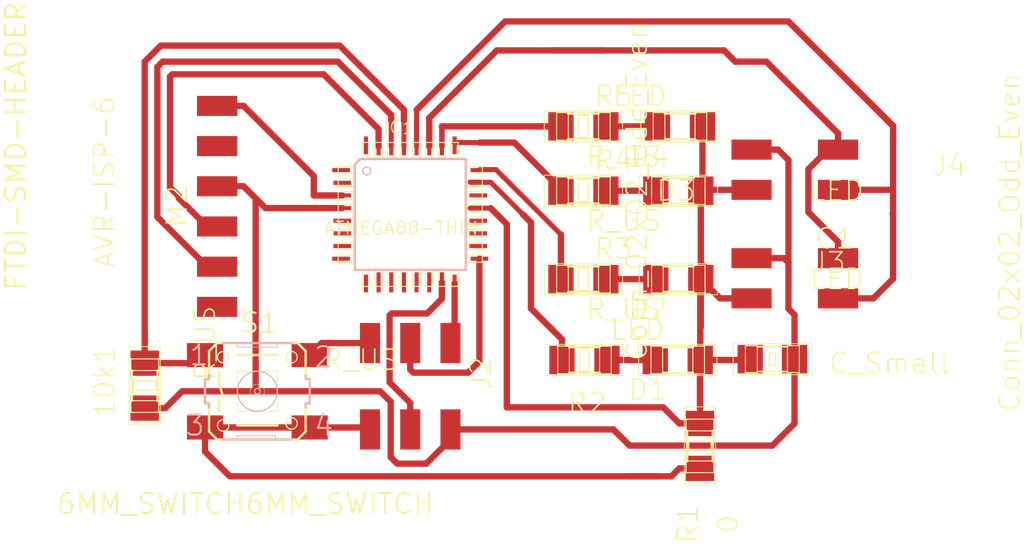
<source format=kicad_pcb>
(kicad_pcb (version 20171130) (host pcbnew 5.0.1)

  (general
    (thickness 1.6)
    (drawings 0)
    (tracks 169)
    (zones 0)
    (modules 17)
    (nets 36)
  )

  (page A4)
  (layers
    (0 F.Cu signal)
    (31 B.Cu signal)
    (32 B.Adhes user)
    (33 F.Adhes user)
    (34 B.Paste user)
    (35 F.Paste user)
    (36 B.SilkS user)
    (37 F.SilkS user)
    (38 B.Mask user)
    (39 F.Mask user)
    (40 Dwgs.User user)
    (41 Cmts.User user)
    (42 Eco1.User user)
    (43 Eco2.User user)
    (44 Edge.Cuts user)
    (45 Margin user)
    (46 B.CrtYd user)
    (47 F.CrtYd user)
    (48 B.Fab user)
    (49 F.Fab user)
  )

  (setup
    (last_trace_width 0.4)
    (trace_clearance 0.4)
    (zone_clearance 0.508)
    (zone_45_only no)
    (trace_min 0.3)
    (segment_width 0.2)
    (edge_width 0.15)
    (via_size 0.8)
    (via_drill 0.4)
    (via_min_size 0.3)
    (via_min_drill 0.3)
    (uvia_size 0.3)
    (uvia_drill 0.1)
    (uvias_allowed no)
    (uvia_min_size 0.2)
    (uvia_min_drill 0.1)
    (pcb_text_width 0.3)
    (pcb_text_size 1.5 1.5)
    (mod_edge_width 0.15)
    (mod_text_size 1 1)
    (mod_text_width 0.15)
    (pad_size 1.1176 0.26)
    (pad_drill 0)
    (pad_to_mask_clearance 0.051)
    (solder_mask_min_width 0.25)
    (aux_axis_origin 0 0)
    (visible_elements 7FFFEFFF)
    (pcbplotparams
      (layerselection 0x00000_7fffffff)
      (usegerberextensions false)
      (usegerberattributes false)
      (usegerberadvancedattributes false)
      (creategerberjobfile false)
      (excludeedgelayer true)
      (linewidth 0.100000)
      (plotframeref false)
      (viasonmask false)
      (mode 1)
      (useauxorigin false)
      (hpglpennumber 1)
      (hpglpenspeed 20)
      (hpglpendiameter 15.000000)
      (psnegative false)
      (psa4output false)
      (plotreference true)
      (plotvalue true)
      (plotinvisibletext false)
      (padsonsilk false)
      (subtractmaskfromsilk false)
      (outputformat 1)
      (mirror false)
      (drillshape 0)
      (scaleselection 1)
      (outputdirectory ""))
  )

  (net 0 "")
  (net 1 +5V)
  (net 2 /RESET)
  (net 3 Earth)
  (net 4 /MISO)
  (net 5 /SCK)
  (net 6 /MOSI)
  (net 7 /SCL)
  (net 8 /SDA)
  (net 9 "Net-(M2-Pad2)")
  (net 10 /TX)
  (net 11 /RX)
  (net 12 "Net-(M2-Pad6)")
  (net 13 /LED1)
  (net 14 /LED2)
  (net 15 /LED3)
  (net 16 /LED4)
  (net 17 "Net-(D1-Pad2)")
  (net 18 "Net-(D2-Pad2)")
  (net 19 "Net-(D3-Pad2)")
  (net 20 "Net-(D4-Pad2)")
  (net 21 "Net-(IC1-Pad1)")
  (net 22 "Net-(IC1-Pad2)")
  (net 23 "Net-(IC1-Pad7)")
  (net 24 "Net-(IC1-Pad8)")
  (net 25 "Net-(IC1-Pad9)")
  (net 26 "Net-(IC1-Pad10)")
  (net 27 "Net-(IC1-Pad11)")
  (net 28 "Net-(IC1-Pad12)")
  (net 29 "Net-(IC1-Pad13)")
  (net 30 "Net-(IC1-Pad14)")
  (net 31 "Net-(IC1-Pad18)")
  (net 32 "Net-(IC1-Pad20)")
  (net 33 "Net-(IC1-Pad32)")
  (net 34 "Net-(IC1-Pad19)")
  (net 35 "Net-(IC1-Pad22)")

  (net_class Default "This is the default net class."
    (clearance 0.4)
    (trace_width 0.4)
    (via_dia 0.8)
    (via_drill 0.4)
    (uvia_dia 0.3)
    (uvia_drill 0.1)
    (diff_pair_gap 0.25)
    (diff_pair_width 0.4)
    (add_net +5V)
    (add_net /LED1)
    (add_net /LED2)
    (add_net /LED3)
    (add_net /LED4)
    (add_net /MISO)
    (add_net /MOSI)
    (add_net /RESET)
    (add_net /RX)
    (add_net /SCK)
    (add_net /SCL)
    (add_net /SDA)
    (add_net /TX)
    (add_net Earth)
    (add_net "Net-(D1-Pad2)")
    (add_net "Net-(D2-Pad2)")
    (add_net "Net-(D3-Pad2)")
    (add_net "Net-(D4-Pad2)")
    (add_net "Net-(IC1-Pad1)")
    (add_net "Net-(IC1-Pad10)")
    (add_net "Net-(IC1-Pad11)")
    (add_net "Net-(IC1-Pad12)")
    (add_net "Net-(IC1-Pad13)")
    (add_net "Net-(IC1-Pad14)")
    (add_net "Net-(IC1-Pad18)")
    (add_net "Net-(IC1-Pad19)")
    (add_net "Net-(IC1-Pad2)")
    (add_net "Net-(IC1-Pad20)")
    (add_net "Net-(IC1-Pad22)")
    (add_net "Net-(IC1-Pad32)")
    (add_net "Net-(IC1-Pad7)")
    (add_net "Net-(IC1-Pad8)")
    (add_net "Net-(IC1-Pad9)")
    (add_net "Net-(M2-Pad2)")
    (add_net "Net-(M2-Pad6)")
  )

  (net_class asdf ""
    (clearance 0.35)
    (trace_width 0.35)
    (via_dia 0.8)
    (via_drill 0.4)
    (uvia_dia 0.3)
    (uvia_drill 0.1)
    (diff_pair_gap 0.25)
    (diff_pair_width 0.35)
  )

  (module fab:fab-2X02SMD (layer F.Cu) (tedit 200000) (tstamp 5C113C5E)
    (at 285.068534 131.288648 180)
    (path /5C0A3AB7)
    (attr smd)
    (fp_text reference J4 (at -9.571466 0.224648 180) (layer F.SilkS)
      (effects (font (size 1.27 1.27) (thickness 0.1016)))
    )
    (fp_text value Conn_02x02_Odd_Even (at -13.381466 -4.601352 90) (layer F.SilkS)
      (effects (font (size 1.27 1.27) (thickness 0.1016)))
    )
    (pad 4 smd rect (at 2.91846 1.27 180) (size 2.54 1.27) (layers F.Cu F.Paste F.Mask)
      (net 1 +5V))
    (pad 3 smd rect (at -2.54 1.27 180) (size 2.54 1.27) (layers F.Cu F.Paste F.Mask)
      (net 8 /SDA))
    (pad 2 smd rect (at 2.91846 -1.27 180) (size 2.54 1.27) (layers F.Cu F.Paste F.Mask)
      (net 3 Earth))
    (pad 1 smd rect (at -2.54 -1.27 180) (size 2.54 1.27) (layers F.Cu F.Paste F.Mask)
      (net 7 /SCL))
  )

  (module fab:fab-6MM_SWITCH (layer F.Cu) (tedit 5C04FA43) (tstamp 5C113F72)
    (at 250.952 145.288)
    (descr "OMRON SWITCH")
    (tags "OMRON SWITCH")
    (path /5C04E9F8)
    (attr smd)
    (fp_text reference S1 (at 0.127 -4.318) (layer F.SilkS)
      (effects (font (size 1.27 1.27) (thickness 0.127)))
    )
    (fp_text value 6MM_SWITCH6MM_SWITCH (at -0.762 7.112) (layer F.SilkS)
      (effects (font (size 1.27 1.27) (thickness 0.127)))
    )
    (fp_line (start 3.302 0.762) (end 3.048 0.762) (layer B.SilkS) (width 0.1524))
    (fp_line (start 3.302 0.762) (end 3.302 -0.762) (layer B.SilkS) (width 0.1524))
    (fp_line (start 3.048 -0.762) (end 3.302 -0.762) (layer B.SilkS) (width 0.1524))
    (fp_line (start 3.048 -1.016) (end 3.048 -2.54) (layer F.SilkS) (width 0.1524))
    (fp_line (start -3.302 -0.762) (end -3.048 -0.762) (layer B.SilkS) (width 0.1524))
    (fp_line (start -3.302 -0.762) (end -3.302 0.762) (layer B.SilkS) (width 0.1524))
    (fp_line (start -3.048 0.762) (end -3.302 0.762) (layer B.SilkS) (width 0.1524))
    (fp_line (start 3.048 -2.54) (end 2.54 -3.048) (layer F.SilkS) (width 0.1524))
    (fp_line (start 2.54 3.048) (end 3.048 2.54) (layer F.SilkS) (width 0.1524))
    (fp_line (start 3.048 2.54) (end 3.048 1.016) (layer F.SilkS) (width 0.1524))
    (fp_line (start -2.54 -3.048) (end -3.048 -2.54) (layer F.SilkS) (width 0.1524))
    (fp_line (start -3.048 -2.54) (end -3.048 -1.016) (layer F.SilkS) (width 0.1524))
    (fp_line (start -2.54 3.048) (end -3.048 2.54) (layer F.SilkS) (width 0.1524))
    (fp_line (start -3.048 2.54) (end -3.048 1.016) (layer F.SilkS) (width 0.1524))
    (fp_line (start -1.27 -1.27) (end -1.27 1.27) (layer F.SilkS) (width 0.0508))
    (fp_line (start 1.27 1.27) (end -1.27 1.27) (layer F.SilkS) (width 0.0508))
    (fp_line (start 1.27 1.27) (end 1.27 -1.27) (layer F.SilkS) (width 0.0508))
    (fp_line (start -1.27 -1.27) (end 1.27 -1.27) (layer F.SilkS) (width 0.0508))
    (fp_line (start -1.27 -3.048) (end -1.27 -2.794) (layer B.SilkS) (width 0.0508))
    (fp_line (start 1.27 -2.794) (end -1.27 -2.794) (layer B.SilkS) (width 0.0508))
    (fp_line (start 1.27 -2.794) (end 1.27 -3.048) (layer B.SilkS) (width 0.0508))
    (fp_line (start 1.143 2.794) (end -1.27 2.794) (layer B.SilkS) (width 0.0508))
    (fp_line (start 1.143 2.794) (end 1.143 3.048) (layer B.SilkS) (width 0.0508))
    (fp_line (start -1.27 2.794) (end -1.27 3.048) (layer B.SilkS) (width 0.0508))
    (fp_line (start 2.54 3.048) (end 2.159 3.048) (layer F.SilkS) (width 0.1524))
    (fp_line (start -2.54 3.048) (end -2.159 3.048) (layer F.SilkS) (width 0.1524))
    (fp_line (start -2.159 3.048) (end -1.27 3.048) (layer B.SilkS) (width 0.1524))
    (fp_line (start -2.54 -3.048) (end -2.159 -3.048) (layer F.SilkS) (width 0.1524))
    (fp_line (start 2.54 -3.048) (end 2.159 -3.048) (layer F.SilkS) (width 0.1524))
    (fp_line (start 2.159 -3.048) (end 1.27 -3.048) (layer B.SilkS) (width 0.1524))
    (fp_line (start 1.27 -3.048) (end -1.27 -3.048) (layer B.SilkS) (width 0.1524))
    (fp_line (start -1.27 -3.048) (end -2.159 -3.048) (layer B.SilkS) (width 0.1524))
    (fp_line (start -1.27 3.048) (end 1.143 3.048) (layer B.SilkS) (width 0.1524))
    (fp_line (start 1.143 3.048) (end 2.159 3.048) (layer B.SilkS) (width 0.1524))
    (fp_line (start 3.048 0.762) (end 3.048 1.016) (layer B.SilkS) (width 0.1524))
    (fp_line (start 3.048 -0.762) (end 3.048 -1.016) (layer B.SilkS) (width 0.1524))
    (fp_line (start -3.048 0.762) (end -3.048 1.016) (layer B.SilkS) (width 0.1524))
    (fp_line (start -3.048 -0.762) (end -3.048 -1.016) (layer B.SilkS) (width 0.1524))
    (fp_line (start -1.27 2.159) (end 1.27 2.159) (layer F.SilkS) (width 0.1524))
    (fp_line (start 1.27 -2.286) (end -1.27 -2.286) (layer F.SilkS) (width 0.1524))
    (fp_line (start -2.413 -1.27) (end -2.413 -0.508) (layer F.SilkS) (width 0.1524))
    (fp_line (start -2.413 0.508) (end -2.413 1.27) (layer F.SilkS) (width 0.1524))
    (fp_line (start -2.413 -0.508) (end -2.159 0.381) (layer F.SilkS) (width 0.1524))
    (fp_circle (center 0 0) (end -0.889 0.889) (layer B.SilkS) (width 0.0762))
    (fp_circle (center -2.159 2.159) (end -2.413 2.413) (layer F.SilkS) (width 0.0762))
    (fp_circle (center 2.159 2.032) (end 2.413 2.286) (layer F.SilkS) (width 0.0762))
    (fp_circle (center 2.159 -2.159) (end 2.413 -2.413) (layer F.SilkS) (width 0.0762))
    (fp_circle (center -2.159 -2.159) (end -2.413 -2.413) (layer F.SilkS) (width 0.0762))
    (fp_circle (center 0 0) (end -0.3175 0.3175) (layer F.SilkS) (width 0.0254))
    (fp_circle (center 0 0) (end -0.127 0.127) (layer B.SilkS) (width 0.0762))
    (fp_text user 1 (at -3.683 -2.286) (layer B.SilkS)
      (effects (font (size 1.27 1.27) (thickness 0.127)))
    )
    (fp_text user 2 (at 4.191 -2.159) (layer B.SilkS)
      (effects (font (size 1.27 1.27) (thickness 0.127)))
    )
    (fp_text user 3 (at -3.937 2.159) (layer B.SilkS)
      (effects (font (size 1.27 1.27) (thickness 0.127)))
    )
    (fp_text user 4 (at 4.191 2.159) (layer B.SilkS)
      (effects (font (size 1.27 1.27) (thickness 0.127)))
    )
    (pad 1 smd rect (at -3.302 -2.286) (size 2.286 1.524) (layers F.Cu F.Paste F.Mask)
      (net 2 /RESET))
    (pad 2 smd rect (at 3.302 -2.286) (size 2.286 1.524) (layers F.Cu F.Paste F.Mask)
      (net 2 /RESET))
    (pad 3 smd rect (at -3.302 2.286) (size 2.286 1.524) (layers F.Cu F.Paste F.Mask)
      (net 3 Earth))
    (pad 4 smd rect (at 3.302 2.286) (size 2.286 1.524) (layers F.Cu F.Paste F.Mask)
      (net 3 Earth))
  )

  (module fab:fab-R1206 (layer F.Cu) (tedit 200000) (tstamp 5C113C2C)
    (at 243.84 144.92986 90)
    (descr RESISTOR)
    (tags RESISTOR)
    (path /5C04E8BB)
    (attr smd)
    (fp_text reference 10k1 (at 0.254 -2.54 90) (layer F.SilkS)
      (effects (font (size 1.27 1.27) (thickness 0.1016)))
    )
    (fp_text value R_US (at 2.68986 3.81 90) (layer F.SilkS)
      (effects (font (size 1.27 1.27) (thickness 0.1016)))
    )
    (fp_line (start -1.6891 0.8763) (end -0.9525 0.8763) (layer F.SilkS) (width 0.06604))
    (fp_line (start -0.9525 0.8763) (end -0.9525 -0.8763) (layer F.SilkS) (width 0.06604))
    (fp_line (start -1.6891 -0.8763) (end -0.9525 -0.8763) (layer F.SilkS) (width 0.06604))
    (fp_line (start -1.6891 0.8763) (end -1.6891 -0.8763) (layer F.SilkS) (width 0.06604))
    (fp_line (start 0.9525 0.8763) (end 1.6891 0.8763) (layer F.SilkS) (width 0.06604))
    (fp_line (start 1.6891 0.8763) (end 1.6891 -0.8763) (layer F.SilkS) (width 0.06604))
    (fp_line (start 0.9525 -0.8763) (end 1.6891 -0.8763) (layer F.SilkS) (width 0.06604))
    (fp_line (start 0.9525 0.8763) (end 0.9525 -0.8763) (layer F.SilkS) (width 0.06604))
    (fp_line (start -0.29972 0.6985) (end 0.29972 0.6985) (layer F.SilkS) (width 0.06604))
    (fp_line (start 0.29972 0.6985) (end 0.29972 -0.6985) (layer F.SilkS) (width 0.06604))
    (fp_line (start -0.29972 -0.6985) (end 0.29972 -0.6985) (layer F.SilkS) (width 0.06604))
    (fp_line (start -0.29972 0.6985) (end -0.29972 -0.6985) (layer F.SilkS) (width 0.06604))
    (fp_line (start 0.9525 0.8128) (end -0.9652 0.8128) (layer F.SilkS) (width 0.1524))
    (fp_line (start 0.9525 -0.8128) (end -0.9652 -0.8128) (layer F.SilkS) (width 0.1524))
    (fp_line (start -2.47142 -0.98298) (end 2.47142 -0.98298) (layer F.SilkS) (width 0.0508))
    (fp_line (start 2.47142 -0.98298) (end 2.47142 0.98298) (layer F.SilkS) (width 0.0508))
    (fp_line (start 2.47142 0.98298) (end -2.47142 0.98298) (layer F.SilkS) (width 0.0508))
    (fp_line (start -2.47142 0.98298) (end -2.47142 -0.98298) (layer F.SilkS) (width 0.0508))
    (pad 1 smd rect (at -1.41986 0 90) (size 1.59766 1.80086) (layers F.Cu F.Paste F.Mask)
      (net 1 +5V))
    (pad 2 smd rect (at 1.41986 0 90) (size 1.59766 1.80086) (layers F.Cu F.Paste F.Mask)
      (net 2 /RESET))
  )

  (module fab:fab-C1206 (layer F.Cu) (tedit 5C056D76) (tstamp 5C113C44)
    (at 283.464 143.256 180)
    (descr CAPACITOR)
    (tags CAPACITOR)
    (path /5C04F622)
    (attr smd)
    (fp_text reference C1 (at -3.93954 7.62 180) (layer F.SilkS)
      (effects (font (size 1.27 1.27) (thickness 0.1016)))
    )
    (fp_text value C_Small (at -7.366 -0.254 180) (layer F.SilkS)
      (effects (font (size 1.27 1.27) (thickness 0.1016)))
    )
    (fp_line (start -0.96266 0.78486) (end 0.96266 0.78486) (layer F.SilkS) (width 0.1016))
    (fp_line (start -0.96266 -0.78486) (end 0.96266 -0.78486) (layer F.SilkS) (width 0.1016))
    (fp_line (start 2.47142 -0.98298) (end 2.47142 0.98298) (layer F.SilkS) (width 0.0508))
    (fp_line (start -2.47142 0.98298) (end -2.47142 -0.98298) (layer F.SilkS) (width 0.0508))
    (fp_line (start 2.47142 0.98298) (end -2.47142 0.98298) (layer F.SilkS) (width 0.0508))
    (fp_line (start -2.47142 -0.98298) (end 2.47142 -0.98298) (layer F.SilkS) (width 0.0508))
    (fp_line (start -0.19812 0.39878) (end -0.19812 -0.39878) (layer F.SilkS) (width 0.06604))
    (fp_line (start -0.19812 -0.39878) (end 0.19812 -0.39878) (layer F.SilkS) (width 0.06604))
    (fp_line (start 0.19812 0.39878) (end 0.19812 -0.39878) (layer F.SilkS) (width 0.06604))
    (fp_line (start -0.19812 0.39878) (end 0.19812 0.39878) (layer F.SilkS) (width 0.06604))
    (fp_line (start 0.94996 0.84836) (end 0.94996 -0.8509) (layer F.SilkS) (width 0.06604))
    (fp_line (start 0.94996 -0.8509) (end 1.7018 -0.8509) (layer F.SilkS) (width 0.06604))
    (fp_line (start 1.7018 0.84836) (end 1.7018 -0.8509) (layer F.SilkS) (width 0.06604))
    (fp_line (start 0.94996 0.84836) (end 1.7018 0.84836) (layer F.SilkS) (width 0.06604))
    (fp_line (start -1.7018 0.8509) (end -1.7018 -0.84836) (layer F.SilkS) (width 0.06604))
    (fp_line (start -1.7018 -0.84836) (end -0.94996 -0.84836) (layer F.SilkS) (width 0.06604))
    (fp_line (start -0.94996 0.8509) (end -0.94996 -0.84836) (layer F.SilkS) (width 0.06604))
    (fp_line (start -1.7018 0.8509) (end -0.94996 0.8509) (layer F.SilkS) (width 0.06604))
    (pad 2 smd rect (at 1.39954 0 180) (size 1.59766 1.79832) (layers F.Cu F.Paste F.Mask)
      (net 3 Earth))
    (pad 1 smd rect (at -1.39954 0 180) (size 1.59766 1.79832) (layers F.Cu F.Paste F.Mask)
      (net 1 +5V))
  )

  (module fab:fab-2X03SMD (layer F.Cu) (tedit 200000) (tstamp 5C113C4E)
    (at 260.604 144.78 270)
    (path /5C05767B)
    (attr smd)
    (fp_text reference J2 (at -0.635 -4.445 270) (layer F.SilkS)
      (effects (font (size 1.27 1.27) (thickness 0.1016)))
    )
    (fp_text value AVR-ISP-6 (at -12.7 19.304 270) (layer F.SilkS)
      (effects (font (size 1.27 1.27) (thickness 0.1016)))
    )
    (pad 1 smd rect (at -2.54 -2.54 270) (size 2.54 1.27) (layers F.Cu F.Paste F.Mask)
      (net 4 /MISO))
    (pad 2 smd rect (at 2.91846 -2.54 270) (size 2.54 1.27) (layers F.Cu F.Paste F.Mask)
      (net 1 +5V))
    (pad 3 smd rect (at -2.54 0 270) (size 2.54 1.27) (layers F.Cu F.Paste F.Mask)
      (net 5 /SCK))
    (pad 4 smd rect (at 2.91846 0 270) (size 2.54 1.27) (layers F.Cu F.Paste F.Mask)
      (net 6 /MOSI))
    (pad 5 smd rect (at -2.54 2.54 270) (size 2.54 1.27) (layers F.Cu F.Paste F.Mask)
      (net 2 /RESET))
    (pad 6 smd rect (at 2.91846 2.54 270) (size 2.54 1.27) (layers F.Cu F.Paste F.Mask)
      (net 3 Earth))
  )

  (module fab:fab-2X02SMD (layer F.Cu) (tedit 200000) (tstamp 5C113C56)
    (at 285.068534 138.146648 180)
    (path /5C050208)
    (attr smd)
    (fp_text reference J3 (at -1.951466 0.986648 180) (layer F.SilkS)
      (effects (font (size 1.27 1.27) (thickness 0.1016)))
    )
    (fp_text value Conn_02x02_Odd_Even (at 10.15211 5.492977 90) (layer F.SilkS)
      (effects (font (size 1.27 1.27) (thickness 0.1016)))
    )
    (pad 4 smd rect (at 2.91846 1.27 180) (size 2.54 1.27) (layers F.Cu F.Paste F.Mask)
      (net 1 +5V))
    (pad 3 smd rect (at -2.54 1.27 180) (size 2.54 1.27) (layers F.Cu F.Paste F.Mask)
      (net 8 /SDA))
    (pad 2 smd rect (at 2.91846 -1.27 180) (size 2.54 1.27) (layers F.Cu F.Paste F.Mask)
      (net 3 Earth))
    (pad 1 smd rect (at -2.54 -1.27 180) (size 2.54 1.27) (layers F.Cu F.Paste F.Mask)
      (net 7 /SCL))
  )

  (module fab:fab-1X06SMD (layer F.Cu) (tedit 5C04F407) (tstamp 5C113F34)
    (at 248.412 133.604)
    (path /5C055AB0)
    (attr smd)
    (fp_text reference M2 (at -2.54 0 90) (layer F.SilkS)
      (effects (font (size 1.27 1.27) (thickness 0.1016)))
    )
    (fp_text value FTDI-SMD-HEADER (at -12.7 -3.81 -90) (layer F.SilkS)
      (effects (font (size 1.27 1.27) (thickness 0.15)))
    )
    (pad 1 smd rect (at 0 -6.35) (size 2.54 1.27) (layers F.Cu F.Paste F.Mask)
      (net 3 Earth))
    (pad 2 smd rect (at 0 -3.81) (size 2.54 1.27) (layers F.Cu F.Paste F.Mask)
      (net 9 "Net-(M2-Pad2)"))
    (pad 3 smd rect (at 0 -1.27) (size 2.54 1.27) (layers F.Cu F.Paste F.Mask)
      (net 1 +5V))
    (pad 4 smd rect (at 0 1.27) (size 2.54 1.27) (layers F.Cu F.Paste F.Mask)
      (net 10 /TX))
    (pad 5 smd rect (at 0 3.81) (size 2.54 1.27) (layers F.Cu F.Paste F.Mask)
      (net 11 /RX))
    (pad 6 smd rect (at 0 6.35) (size 2.54 1.27) (layers F.Cu F.Paste F.Mask)
      (net 12 "Net-(M2-Pad6)"))
  )

  (module fab:fab-LED1206 (layer F.Cu) (tedit 200000) (tstamp 5C118A07)
    (at 277.527188 138.202546 180)
    (descr "LED 1206 PADS (STANDARD PATTERN)")
    (tags "LED 1206 PADS (STANDARD PATTERN)")
    (path /5C06644D)
    (attr smd)
    (fp_text reference D2 (at 1.905 -1.905 180) (layer F.SilkS)
      (effects (font (size 1.27 1.27) (thickness 0.1016)))
    )
    (fp_text value LED (at -10.01014 0 180) (layer F.SilkS)
      (effects (font (size 1.27 1.27) (thickness 0.1016)))
    )
    (fp_line (start -2.47142 0.98298) (end -2.47142 -0.98298) (layer F.SilkS) (width 0.0508))
    (fp_line (start 2.47142 0.98298) (end -2.47142 0.98298) (layer F.SilkS) (width 0.0508))
    (fp_line (start 2.47142 -0.98298) (end 2.47142 0.98298) (layer F.SilkS) (width 0.0508))
    (fp_line (start -2.47142 -0.98298) (end 2.47142 -0.98298) (layer F.SilkS) (width 0.0508))
    (fp_line (start 0.9525 -0.8128) (end -0.9652 -0.8128) (layer F.SilkS) (width 0.1524))
    (fp_line (start 0.9525 0.8128) (end -0.9652 0.8128) (layer F.SilkS) (width 0.1524))
    (fp_line (start 0.9525 0.8763) (end 0.9525 -0.8763) (layer F.SilkS) (width 0.06604))
    (fp_line (start 0.9525 -0.8763) (end 1.6891 -0.8763) (layer F.SilkS) (width 0.06604))
    (fp_line (start 1.6891 0.8763) (end 1.6891 -0.8763) (layer F.SilkS) (width 0.06604))
    (fp_line (start 0.9525 0.8763) (end 1.6891 0.8763) (layer F.SilkS) (width 0.06604))
    (fp_line (start -1.6891 0.8763) (end -1.6891 -0.8763) (layer F.SilkS) (width 0.06604))
    (fp_line (start -1.6891 -0.8763) (end -0.9525 -0.8763) (layer F.SilkS) (width 0.06604))
    (fp_line (start -0.9525 0.8763) (end -0.9525 -0.8763) (layer F.SilkS) (width 0.06604))
    (fp_line (start -1.6891 0.8763) (end -0.9525 0.8763) (layer F.SilkS) (width 0.06604))
    (pad 2 smd rect (at 1.41986 0 180) (size 1.59766 1.80086) (layers F.Cu F.Paste F.Mask)
      (net 18 "Net-(D2-Pad2)"))
    (pad 1 smd rect (at -1.41986 0 180) (size 1.59766 1.80086) (layers F.Cu F.Paste F.Mask)
      (net 3 Earth))
  )

  (module fab:fab-LED1206 (layer F.Cu) (tedit 200000) (tstamp 5C118A1B)
    (at 277.527188 132.614546 180)
    (descr "LED 1206 PADS (STANDARD PATTERN)")
    (tags "LED 1206 PADS (STANDARD PATTERN)")
    (path /5C066AC6)
    (attr smd)
    (fp_text reference D3 (at 0.14986 0 180) (layer F.SilkS)
      (effects (font (size 1.27 1.27) (thickness 0.1016)))
    )
    (fp_text value LED (at -10.01014 0 180) (layer F.SilkS)
      (effects (font (size 1.27 1.27) (thickness 0.1016)))
    )
    (fp_line (start -1.6891 0.8763) (end -0.9525 0.8763) (layer F.SilkS) (width 0.06604))
    (fp_line (start -0.9525 0.8763) (end -0.9525 -0.8763) (layer F.SilkS) (width 0.06604))
    (fp_line (start -1.6891 -0.8763) (end -0.9525 -0.8763) (layer F.SilkS) (width 0.06604))
    (fp_line (start -1.6891 0.8763) (end -1.6891 -0.8763) (layer F.SilkS) (width 0.06604))
    (fp_line (start 0.9525 0.8763) (end 1.6891 0.8763) (layer F.SilkS) (width 0.06604))
    (fp_line (start 1.6891 0.8763) (end 1.6891 -0.8763) (layer F.SilkS) (width 0.06604))
    (fp_line (start 0.9525 -0.8763) (end 1.6891 -0.8763) (layer F.SilkS) (width 0.06604))
    (fp_line (start 0.9525 0.8763) (end 0.9525 -0.8763) (layer F.SilkS) (width 0.06604))
    (fp_line (start 0.9525 0.8128) (end -0.9652 0.8128) (layer F.SilkS) (width 0.1524))
    (fp_line (start 0.9525 -0.8128) (end -0.9652 -0.8128) (layer F.SilkS) (width 0.1524))
    (fp_line (start -2.47142 -0.98298) (end 2.47142 -0.98298) (layer F.SilkS) (width 0.0508))
    (fp_line (start 2.47142 -0.98298) (end 2.47142 0.98298) (layer F.SilkS) (width 0.0508))
    (fp_line (start 2.47142 0.98298) (end -2.47142 0.98298) (layer F.SilkS) (width 0.0508))
    (fp_line (start -2.47142 0.98298) (end -2.47142 -0.98298) (layer F.SilkS) (width 0.0508))
    (pad 1 smd rect (at -1.41986 0 180) (size 1.59766 1.80086) (layers F.Cu F.Paste F.Mask)
      (net 3 Earth))
    (pad 2 smd rect (at 1.41986 0 180) (size 1.59766 1.80086) (layers F.Cu F.Paste F.Mask)
      (net 19 "Net-(D3-Pad2)"))
  )

  (module fab:fab-R1206 (layer F.Cu) (tedit 5C056FDF) (tstamp 5C118A47)
    (at 271.603076 143.309092)
    (descr RESISTOR)
    (tags RESISTOR)
    (path /5C064EDA)
    (attr smd)
    (fp_text reference R2 (at 0.176924 2.740908) (layer F.SilkS)
      (effects (font (size 1.27 1.27) (thickness 0.1016)))
    )
    (fp_text value R_US (at -14.11986 0) (layer F.SilkS)
      (effects (font (size 1.27 1.27) (thickness 0.1016)))
    )
    (fp_line (start -1.6891 0.8763) (end -0.9525 0.8763) (layer F.SilkS) (width 0.06604))
    (fp_line (start -0.9525 0.8763) (end -0.9525 -0.8763) (layer F.SilkS) (width 0.06604))
    (fp_line (start -1.6891 -0.8763) (end -0.9525 -0.8763) (layer F.SilkS) (width 0.06604))
    (fp_line (start -1.6891 0.8763) (end -1.6891 -0.8763) (layer F.SilkS) (width 0.06604))
    (fp_line (start 0.9525 0.8763) (end 1.6891 0.8763) (layer F.SilkS) (width 0.06604))
    (fp_line (start 1.6891 0.8763) (end 1.6891 -0.8763) (layer F.SilkS) (width 0.06604))
    (fp_line (start 0.9525 -0.8763) (end 1.6891 -0.8763) (layer F.SilkS) (width 0.06604))
    (fp_line (start 0.9525 0.8763) (end 0.9525 -0.8763) (layer F.SilkS) (width 0.06604))
    (fp_line (start -0.29972 0.6985) (end 0.29972 0.6985) (layer F.SilkS) (width 0.06604))
    (fp_line (start 0.29972 0.6985) (end 0.29972 -0.6985) (layer F.SilkS) (width 0.06604))
    (fp_line (start -0.29972 -0.6985) (end 0.29972 -0.6985) (layer F.SilkS) (width 0.06604))
    (fp_line (start -0.29972 0.6985) (end -0.29972 -0.6985) (layer F.SilkS) (width 0.06604))
    (fp_line (start 0.9525 0.8128) (end -0.9652 0.8128) (layer F.SilkS) (width 0.1524))
    (fp_line (start 0.9525 -0.8128) (end -0.9652 -0.8128) (layer F.SilkS) (width 0.1524))
    (fp_line (start -2.47142 -0.98298) (end 2.47142 -0.98298) (layer F.SilkS) (width 0.0508))
    (fp_line (start 2.47142 -0.98298) (end 2.47142 0.98298) (layer F.SilkS) (width 0.0508))
    (fp_line (start 2.47142 0.98298) (end -2.47142 0.98298) (layer F.SilkS) (width 0.0508))
    (fp_line (start -2.47142 0.98298) (end -2.47142 -0.98298) (layer F.SilkS) (width 0.0508))
    (pad 1 smd rect (at -1.41986 0) (size 1.59766 1.80086) (layers F.Cu F.Paste F.Mask)
      (net 13 /LED1))
    (pad 2 smd rect (at 1.41986 0) (size 1.59766 1.80086) (layers F.Cu F.Paste F.Mask)
      (net 17 "Net-(D1-Pad2)"))
  )

  (module fab:fab-LED1206 (layer F.Cu) (tedit 200000) (tstamp 5C057052)
    (at 277.490796 143.309092 180)
    (descr "LED 1206 PADS (STANDARD PATTERN)")
    (tags "LED 1206 PADS (STANDARD PATTERN)")
    (path /5C0663B5)
    (attr smd)
    (fp_text reference D1 (at 1.905 -1.905 180) (layer F.SilkS)
      (effects (font (size 1.27 1.27) (thickness 0.1016)))
    )
    (fp_text value LED (at 2.54 1.905 180) (layer F.SilkS)
      (effects (font (size 1.27 1.27) (thickness 0.1016)))
    )
    (fp_line (start -1.6891 0.8763) (end -0.9525 0.8763) (layer F.SilkS) (width 0.06604))
    (fp_line (start -0.9525 0.8763) (end -0.9525 -0.8763) (layer F.SilkS) (width 0.06604))
    (fp_line (start -1.6891 -0.8763) (end -0.9525 -0.8763) (layer F.SilkS) (width 0.06604))
    (fp_line (start -1.6891 0.8763) (end -1.6891 -0.8763) (layer F.SilkS) (width 0.06604))
    (fp_line (start 0.9525 0.8763) (end 1.6891 0.8763) (layer F.SilkS) (width 0.06604))
    (fp_line (start 1.6891 0.8763) (end 1.6891 -0.8763) (layer F.SilkS) (width 0.06604))
    (fp_line (start 0.9525 -0.8763) (end 1.6891 -0.8763) (layer F.SilkS) (width 0.06604))
    (fp_line (start 0.9525 0.8763) (end 0.9525 -0.8763) (layer F.SilkS) (width 0.06604))
    (fp_line (start 0.9525 0.8128) (end -0.9652 0.8128) (layer F.SilkS) (width 0.1524))
    (fp_line (start 0.9525 -0.8128) (end -0.9652 -0.8128) (layer F.SilkS) (width 0.1524))
    (fp_line (start -2.47142 -0.98298) (end 2.47142 -0.98298) (layer F.SilkS) (width 0.0508))
    (fp_line (start 2.47142 -0.98298) (end 2.47142 0.98298) (layer F.SilkS) (width 0.0508))
    (fp_line (start 2.47142 0.98298) (end -2.47142 0.98298) (layer F.SilkS) (width 0.0508))
    (fp_line (start -2.47142 0.98298) (end -2.47142 -0.98298) (layer F.SilkS) (width 0.0508))
    (pad 1 smd rect (at -1.41986 0 180) (size 1.59766 1.80086) (layers F.Cu F.Paste F.Mask)
      (net 3 Earth))
    (pad 2 smd rect (at 1.41986 0 180) (size 1.59766 1.80086) (layers F.Cu F.Paste F.Mask)
      (net 17 "Net-(D1-Pad2)"))
  )

  (module fab:fab-LED1206 (layer F.Cu) (tedit 200000) (tstamp 5C057066)
    (at 277.631328 128.550546 180)
    (descr "LED 1206 PADS (STANDARD PATTERN)")
    (tags "LED 1206 PADS (STANDARD PATTERN)")
    (path /5C06713F)
    (attr smd)
    (fp_text reference D4 (at 1.905 -1.905 180) (layer F.SilkS)
      (effects (font (size 1.27 1.27) (thickness 0.1016)))
    )
    (fp_text value LED (at 2.54 1.905 180) (layer F.SilkS)
      (effects (font (size 1.27 1.27) (thickness 0.1016)))
    )
    (fp_line (start -2.47142 0.98298) (end -2.47142 -0.98298) (layer F.SilkS) (width 0.0508))
    (fp_line (start 2.47142 0.98298) (end -2.47142 0.98298) (layer F.SilkS) (width 0.0508))
    (fp_line (start 2.47142 -0.98298) (end 2.47142 0.98298) (layer F.SilkS) (width 0.0508))
    (fp_line (start -2.47142 -0.98298) (end 2.47142 -0.98298) (layer F.SilkS) (width 0.0508))
    (fp_line (start 0.9525 -0.8128) (end -0.9652 -0.8128) (layer F.SilkS) (width 0.1524))
    (fp_line (start 0.9525 0.8128) (end -0.9652 0.8128) (layer F.SilkS) (width 0.1524))
    (fp_line (start 0.9525 0.8763) (end 0.9525 -0.8763) (layer F.SilkS) (width 0.06604))
    (fp_line (start 0.9525 -0.8763) (end 1.6891 -0.8763) (layer F.SilkS) (width 0.06604))
    (fp_line (start 1.6891 0.8763) (end 1.6891 -0.8763) (layer F.SilkS) (width 0.06604))
    (fp_line (start 0.9525 0.8763) (end 1.6891 0.8763) (layer F.SilkS) (width 0.06604))
    (fp_line (start -1.6891 0.8763) (end -1.6891 -0.8763) (layer F.SilkS) (width 0.06604))
    (fp_line (start -1.6891 -0.8763) (end -0.9525 -0.8763) (layer F.SilkS) (width 0.06604))
    (fp_line (start -0.9525 0.8763) (end -0.9525 -0.8763) (layer F.SilkS) (width 0.06604))
    (fp_line (start -1.6891 0.8763) (end -0.9525 0.8763) (layer F.SilkS) (width 0.06604))
    (pad 2 smd rect (at 1.41986 0 180) (size 1.59766 1.80086) (layers F.Cu F.Paste F.Mask)
      (net 20 "Net-(D4-Pad2)"))
    (pad 1 smd rect (at -1.41986 0 180) (size 1.59766 1.80086) (layers F.Cu F.Paste F.Mask)
      (net 3 Earth))
  )

  (module fab:fab-R1206 (layer F.Cu) (tedit 200000) (tstamp 5C057172)
    (at 271.535328 138.202546)
    (descr RESISTOR)
    (tags RESISTOR)
    (path /5C0655E5)
    (attr smd)
    (fp_text reference R3 (at 1.905 -1.905) (layer F.SilkS)
      (effects (font (size 1.27 1.27) (thickness 0.1016)))
    )
    (fp_text value R_US (at 2.54 1.905) (layer F.SilkS)
      (effects (font (size 1.27 1.27) (thickness 0.1016)))
    )
    (fp_line (start -1.6891 0.8763) (end -0.9525 0.8763) (layer F.SilkS) (width 0.06604))
    (fp_line (start -0.9525 0.8763) (end -0.9525 -0.8763) (layer F.SilkS) (width 0.06604))
    (fp_line (start -1.6891 -0.8763) (end -0.9525 -0.8763) (layer F.SilkS) (width 0.06604))
    (fp_line (start -1.6891 0.8763) (end -1.6891 -0.8763) (layer F.SilkS) (width 0.06604))
    (fp_line (start 0.9525 0.8763) (end 1.6891 0.8763) (layer F.SilkS) (width 0.06604))
    (fp_line (start 1.6891 0.8763) (end 1.6891 -0.8763) (layer F.SilkS) (width 0.06604))
    (fp_line (start 0.9525 -0.8763) (end 1.6891 -0.8763) (layer F.SilkS) (width 0.06604))
    (fp_line (start 0.9525 0.8763) (end 0.9525 -0.8763) (layer F.SilkS) (width 0.06604))
    (fp_line (start -0.29972 0.6985) (end 0.29972 0.6985) (layer F.SilkS) (width 0.06604))
    (fp_line (start 0.29972 0.6985) (end 0.29972 -0.6985) (layer F.SilkS) (width 0.06604))
    (fp_line (start -0.29972 -0.6985) (end 0.29972 -0.6985) (layer F.SilkS) (width 0.06604))
    (fp_line (start -0.29972 0.6985) (end -0.29972 -0.6985) (layer F.SilkS) (width 0.06604))
    (fp_line (start 0.9525 0.8128) (end -0.9652 0.8128) (layer F.SilkS) (width 0.1524))
    (fp_line (start 0.9525 -0.8128) (end -0.9652 -0.8128) (layer F.SilkS) (width 0.1524))
    (fp_line (start -2.47142 -0.98298) (end 2.47142 -0.98298) (layer F.SilkS) (width 0.0508))
    (fp_line (start 2.47142 -0.98298) (end 2.47142 0.98298) (layer F.SilkS) (width 0.0508))
    (fp_line (start 2.47142 0.98298) (end -2.47142 0.98298) (layer F.SilkS) (width 0.0508))
    (fp_line (start -2.47142 0.98298) (end -2.47142 -0.98298) (layer F.SilkS) (width 0.0508))
    (pad 1 smd rect (at -1.41986 0) (size 1.59766 1.80086) (layers F.Cu F.Paste F.Mask)
      (net 14 /LED2))
    (pad 2 smd rect (at 1.41986 0) (size 1.59766 1.80086) (layers F.Cu F.Paste F.Mask)
      (net 18 "Net-(D2-Pad2)"))
  )

  (module fab:fab-R1206 (layer F.Cu) (tedit 200000) (tstamp 5C05718A)
    (at 271.535328 132.614546)
    (descr RESISTOR)
    (tags RESISTOR)
    (path /5C065CBA)
    (attr smd)
    (fp_text reference R4 (at 1.905 -1.905) (layer F.SilkS)
      (effects (font (size 1.27 1.27) (thickness 0.1016)))
    )
    (fp_text value R_US (at 2.54 1.905) (layer F.SilkS)
      (effects (font (size 1.27 1.27) (thickness 0.1016)))
    )
    (fp_line (start -2.47142 0.98298) (end -2.47142 -0.98298) (layer F.SilkS) (width 0.0508))
    (fp_line (start 2.47142 0.98298) (end -2.47142 0.98298) (layer F.SilkS) (width 0.0508))
    (fp_line (start 2.47142 -0.98298) (end 2.47142 0.98298) (layer F.SilkS) (width 0.0508))
    (fp_line (start -2.47142 -0.98298) (end 2.47142 -0.98298) (layer F.SilkS) (width 0.0508))
    (fp_line (start 0.9525 -0.8128) (end -0.9652 -0.8128) (layer F.SilkS) (width 0.1524))
    (fp_line (start 0.9525 0.8128) (end -0.9652 0.8128) (layer F.SilkS) (width 0.1524))
    (fp_line (start -0.29972 0.6985) (end -0.29972 -0.6985) (layer F.SilkS) (width 0.06604))
    (fp_line (start -0.29972 -0.6985) (end 0.29972 -0.6985) (layer F.SilkS) (width 0.06604))
    (fp_line (start 0.29972 0.6985) (end 0.29972 -0.6985) (layer F.SilkS) (width 0.06604))
    (fp_line (start -0.29972 0.6985) (end 0.29972 0.6985) (layer F.SilkS) (width 0.06604))
    (fp_line (start 0.9525 0.8763) (end 0.9525 -0.8763) (layer F.SilkS) (width 0.06604))
    (fp_line (start 0.9525 -0.8763) (end 1.6891 -0.8763) (layer F.SilkS) (width 0.06604))
    (fp_line (start 1.6891 0.8763) (end 1.6891 -0.8763) (layer F.SilkS) (width 0.06604))
    (fp_line (start 0.9525 0.8763) (end 1.6891 0.8763) (layer F.SilkS) (width 0.06604))
    (fp_line (start -1.6891 0.8763) (end -1.6891 -0.8763) (layer F.SilkS) (width 0.06604))
    (fp_line (start -1.6891 -0.8763) (end -0.9525 -0.8763) (layer F.SilkS) (width 0.06604))
    (fp_line (start -0.9525 0.8763) (end -0.9525 -0.8763) (layer F.SilkS) (width 0.06604))
    (fp_line (start -1.6891 0.8763) (end -0.9525 0.8763) (layer F.SilkS) (width 0.06604))
    (pad 2 smd rect (at 1.41986 0) (size 1.59766 1.80086) (layers F.Cu F.Paste F.Mask)
      (net 19 "Net-(D3-Pad2)"))
    (pad 1 smd rect (at -1.41986 0) (size 1.59766 1.80086) (layers F.Cu F.Paste F.Mask)
      (net 15 /LED3))
  )

  (module fab:fab-R1206 (layer F.Cu) (tedit 200000) (tstamp 5C0571A2)
    (at 271.535328 128.550546)
    (descr RESISTOR)
    (tags RESISTOR)
    (path /5C065CC1)
    (attr smd)
    (fp_text reference R5 (at 1.905 -1.905) (layer F.SilkS)
      (effects (font (size 1.27 1.27) (thickness 0.1016)))
    )
    (fp_text value R_US (at 2.54 1.905) (layer F.SilkS)
      (effects (font (size 1.27 1.27) (thickness 0.1016)))
    )
    (fp_line (start -1.6891 0.8763) (end -0.9525 0.8763) (layer F.SilkS) (width 0.06604))
    (fp_line (start -0.9525 0.8763) (end -0.9525 -0.8763) (layer F.SilkS) (width 0.06604))
    (fp_line (start -1.6891 -0.8763) (end -0.9525 -0.8763) (layer F.SilkS) (width 0.06604))
    (fp_line (start -1.6891 0.8763) (end -1.6891 -0.8763) (layer F.SilkS) (width 0.06604))
    (fp_line (start 0.9525 0.8763) (end 1.6891 0.8763) (layer F.SilkS) (width 0.06604))
    (fp_line (start 1.6891 0.8763) (end 1.6891 -0.8763) (layer F.SilkS) (width 0.06604))
    (fp_line (start 0.9525 -0.8763) (end 1.6891 -0.8763) (layer F.SilkS) (width 0.06604))
    (fp_line (start 0.9525 0.8763) (end 0.9525 -0.8763) (layer F.SilkS) (width 0.06604))
    (fp_line (start -0.29972 0.6985) (end 0.29972 0.6985) (layer F.SilkS) (width 0.06604))
    (fp_line (start 0.29972 0.6985) (end 0.29972 -0.6985) (layer F.SilkS) (width 0.06604))
    (fp_line (start -0.29972 -0.6985) (end 0.29972 -0.6985) (layer F.SilkS) (width 0.06604))
    (fp_line (start -0.29972 0.6985) (end -0.29972 -0.6985) (layer F.SilkS) (width 0.06604))
    (fp_line (start 0.9525 0.8128) (end -0.9652 0.8128) (layer F.SilkS) (width 0.1524))
    (fp_line (start 0.9525 -0.8128) (end -0.9652 -0.8128) (layer F.SilkS) (width 0.1524))
    (fp_line (start -2.47142 -0.98298) (end 2.47142 -0.98298) (layer F.SilkS) (width 0.0508))
    (fp_line (start 2.47142 -0.98298) (end 2.47142 0.98298) (layer F.SilkS) (width 0.0508))
    (fp_line (start 2.47142 0.98298) (end -2.47142 0.98298) (layer F.SilkS) (width 0.0508))
    (fp_line (start -2.47142 0.98298) (end -2.47142 -0.98298) (layer F.SilkS) (width 0.0508))
    (pad 1 smd rect (at -1.41986 0) (size 1.59766 1.80086) (layers F.Cu F.Paste F.Mask)
      (net 16 /LED4))
    (pad 2 smd rect (at 1.41986 0) (size 1.59766 1.80086) (layers F.Cu F.Paste F.Mask)
      (net 20 "Net-(D4-Pad2)"))
  )

  (module fab:fab-TQFP32-08THIN (layer F.Cu) (tedit 5C058C03) (tstamp 5C11E56A)
    (at 260.604 134.112)
    (path /5C05B848)
    (attr smd)
    (fp_text reference IC1 (at -0.7366 -5.4864) (layer F.SilkS)
      (effects (font (size 0.8128 0.8128) (thickness 0.0762)))
    )
    (fp_text value ATMEGA88-THIN (at -0.5842 0.8636) (layer F.SilkS)
      (effects (font (size 0.8128 0.8128) (thickness 0.0762)))
    )
    (fp_line (start -4.5466 -2.57048) (end -3.556 -2.57048) (layer F.SilkS) (width 0.06604))
    (fp_line (start -3.556 -2.57048) (end -3.556 -3.02768) (layer F.SilkS) (width 0.06604))
    (fp_line (start -4.5466 -3.02768) (end -3.556 -3.02768) (layer F.SilkS) (width 0.06604))
    (fp_line (start -4.5466 -2.57048) (end -4.5466 -3.02768) (layer F.SilkS) (width 0.06604))
    (fp_line (start -4.5466 -1.77038) (end -3.556 -1.77038) (layer F.SilkS) (width 0.06604))
    (fp_line (start -3.556 -1.77038) (end -3.556 -2.22758) (layer F.SilkS) (width 0.06604))
    (fp_line (start -4.5466 -2.22758) (end -3.556 -2.22758) (layer F.SilkS) (width 0.06604))
    (fp_line (start -4.5466 -1.77038) (end -4.5466 -2.22758) (layer F.SilkS) (width 0.06604))
    (fp_line (start -4.5466 -0.97028) (end -3.556 -0.97028) (layer F.SilkS) (width 0.06604))
    (fp_line (start -3.556 -0.97028) (end -3.556 -1.42748) (layer F.SilkS) (width 0.06604))
    (fp_line (start -4.5466 -1.42748) (end -3.556 -1.42748) (layer F.SilkS) (width 0.06604))
    (fp_line (start -4.5466 -0.97028) (end -4.5466 -1.42748) (layer F.SilkS) (width 0.06604))
    (fp_line (start -4.5466 -0.17018) (end -3.556 -0.17018) (layer F.SilkS) (width 0.06604))
    (fp_line (start -3.556 -0.17018) (end -3.556 -0.62738) (layer F.SilkS) (width 0.06604))
    (fp_line (start -4.5466 -0.62738) (end -3.556 -0.62738) (layer F.SilkS) (width 0.06604))
    (fp_line (start -4.5466 -0.17018) (end -4.5466 -0.62738) (layer F.SilkS) (width 0.06604))
    (fp_line (start -4.5466 0.62738) (end -3.556 0.62738) (layer F.SilkS) (width 0.06604))
    (fp_line (start -3.556 0.62738) (end -3.556 0.17018) (layer F.SilkS) (width 0.06604))
    (fp_line (start -4.5466 0.17018) (end -3.556 0.17018) (layer F.SilkS) (width 0.06604))
    (fp_line (start -4.5466 0.62738) (end -4.5466 0.17018) (layer F.SilkS) (width 0.06604))
    (fp_line (start -4.5466 1.42748) (end -3.556 1.42748) (layer F.SilkS) (width 0.06604))
    (fp_line (start -3.556 1.42748) (end -3.556 0.97028) (layer F.SilkS) (width 0.06604))
    (fp_line (start -4.5466 0.97028) (end -3.556 0.97028) (layer F.SilkS) (width 0.06604))
    (fp_line (start -4.5466 1.42748) (end -4.5466 0.97028) (layer F.SilkS) (width 0.06604))
    (fp_line (start -4.5466 2.22758) (end -3.556 2.22758) (layer F.SilkS) (width 0.06604))
    (fp_line (start -3.556 2.22758) (end -3.556 1.77038) (layer F.SilkS) (width 0.06604))
    (fp_line (start -4.5466 1.77038) (end -3.556 1.77038) (layer F.SilkS) (width 0.06604))
    (fp_line (start -4.5466 2.22758) (end -4.5466 1.77038) (layer F.SilkS) (width 0.06604))
    (fp_line (start -4.5466 3.02768) (end -3.556 3.02768) (layer F.SilkS) (width 0.06604))
    (fp_line (start -3.556 3.02768) (end -3.556 2.57048) (layer F.SilkS) (width 0.06604))
    (fp_line (start -4.5466 2.57048) (end -3.556 2.57048) (layer F.SilkS) (width 0.06604))
    (fp_line (start -4.5466 3.02768) (end -4.5466 2.57048) (layer F.SilkS) (width 0.06604))
    (fp_line (start -3.02768 4.5466) (end -2.57048 4.5466) (layer F.SilkS) (width 0.06604))
    (fp_line (start -2.57048 4.5466) (end -2.57048 3.556) (layer F.SilkS) (width 0.06604))
    (fp_line (start -3.02768 3.556) (end -2.57048 3.556) (layer F.SilkS) (width 0.06604))
    (fp_line (start -3.02768 4.5466) (end -3.02768 3.556) (layer F.SilkS) (width 0.06604))
    (fp_line (start -2.22758 4.5466) (end -1.77038 4.5466) (layer F.SilkS) (width 0.06604))
    (fp_line (start -1.77038 4.5466) (end -1.77038 3.556) (layer F.SilkS) (width 0.06604))
    (fp_line (start -2.22758 3.556) (end -1.77038 3.556) (layer F.SilkS) (width 0.06604))
    (fp_line (start -2.22758 4.5466) (end -2.22758 3.556) (layer F.SilkS) (width 0.06604))
    (fp_line (start -1.42748 4.5466) (end -0.97028 4.5466) (layer F.SilkS) (width 0.06604))
    (fp_line (start -0.97028 4.5466) (end -0.97028 3.556) (layer F.SilkS) (width 0.06604))
    (fp_line (start -1.42748 3.556) (end -0.97028 3.556) (layer F.SilkS) (width 0.06604))
    (fp_line (start -1.42748 4.5466) (end -1.42748 3.556) (layer F.SilkS) (width 0.06604))
    (fp_line (start -0.62738 4.5466) (end -0.17018 4.5466) (layer F.SilkS) (width 0.06604))
    (fp_line (start -0.17018 4.5466) (end -0.17018 3.556) (layer F.SilkS) (width 0.06604))
    (fp_line (start -0.62738 3.556) (end -0.17018 3.556) (layer F.SilkS) (width 0.06604))
    (fp_line (start -0.62738 4.5466) (end -0.62738 3.556) (layer F.SilkS) (width 0.06604))
    (fp_line (start 0.17018 4.5466) (end 0.62738 4.5466) (layer F.SilkS) (width 0.06604))
    (fp_line (start 0.62738 4.5466) (end 0.62738 3.556) (layer F.SilkS) (width 0.06604))
    (fp_line (start 0.17018 3.556) (end 0.62738 3.556) (layer F.SilkS) (width 0.06604))
    (fp_line (start 0.17018 4.5466) (end 0.17018 3.556) (layer F.SilkS) (width 0.06604))
    (fp_line (start 0.97028 4.5466) (end 1.42748 4.5466) (layer F.SilkS) (width 0.06604))
    (fp_line (start 1.42748 4.5466) (end 1.42748 3.556) (layer F.SilkS) (width 0.06604))
    (fp_line (start 0.97028 3.556) (end 1.42748 3.556) (layer F.SilkS) (width 0.06604))
    (fp_line (start 0.97028 4.5466) (end 0.97028 3.556) (layer F.SilkS) (width 0.06604))
    (fp_line (start 1.77038 4.5466) (end 2.22758 4.5466) (layer F.SilkS) (width 0.06604))
    (fp_line (start 2.22758 4.5466) (end 2.22758 3.556) (layer F.SilkS) (width 0.06604))
    (fp_line (start 1.77038 3.556) (end 2.22758 3.556) (layer F.SilkS) (width 0.06604))
    (fp_line (start 1.77038 4.5466) (end 1.77038 3.556) (layer F.SilkS) (width 0.06604))
    (fp_line (start 2.57048 4.5466) (end 3.02768 4.5466) (layer F.SilkS) (width 0.06604))
    (fp_line (start 3.02768 4.5466) (end 3.02768 3.556) (layer F.SilkS) (width 0.06604))
    (fp_line (start 2.57048 3.556) (end 3.02768 3.556) (layer F.SilkS) (width 0.06604))
    (fp_line (start 2.57048 4.5466) (end 2.57048 3.556) (layer F.SilkS) (width 0.06604))
    (fp_line (start 3.556 3.02768) (end 4.5466 3.02768) (layer F.SilkS) (width 0.06604))
    (fp_line (start 4.5466 3.02768) (end 4.5466 2.57048) (layer F.SilkS) (width 0.06604))
    (fp_line (start 3.556 2.57048) (end 4.5466 2.57048) (layer F.SilkS) (width 0.06604))
    (fp_line (start 3.556 3.02768) (end 3.556 2.57048) (layer F.SilkS) (width 0.06604))
    (fp_line (start 3.556 2.22758) (end 4.5466 2.22758) (layer F.SilkS) (width 0.06604))
    (fp_line (start 4.5466 2.22758) (end 4.5466 1.77038) (layer F.SilkS) (width 0.06604))
    (fp_line (start 3.556 1.77038) (end 4.5466 1.77038) (layer F.SilkS) (width 0.06604))
    (fp_line (start 3.556 2.22758) (end 3.556 1.77038) (layer F.SilkS) (width 0.06604))
    (fp_line (start 3.556 1.42748) (end 4.5466 1.42748) (layer F.SilkS) (width 0.06604))
    (fp_line (start 4.5466 1.42748) (end 4.5466 0.97028) (layer F.SilkS) (width 0.06604))
    (fp_line (start 3.556 0.97028) (end 4.5466 0.97028) (layer F.SilkS) (width 0.06604))
    (fp_line (start 3.556 1.42748) (end 3.556 0.97028) (layer F.SilkS) (width 0.06604))
    (fp_line (start 3.556 0.62738) (end 4.5466 0.62738) (layer F.SilkS) (width 0.06604))
    (fp_line (start 4.5466 0.62738) (end 4.5466 0.17018) (layer F.SilkS) (width 0.06604))
    (fp_line (start 3.556 0.17018) (end 4.5466 0.17018) (layer F.SilkS) (width 0.06604))
    (fp_line (start 3.556 0.62738) (end 3.556 0.17018) (layer F.SilkS) (width 0.06604))
    (fp_line (start 3.556 -0.17018) (end 4.5466 -0.17018) (layer F.SilkS) (width 0.06604))
    (fp_line (start 4.5466 -0.17018) (end 4.5466 -0.62738) (layer F.SilkS) (width 0.06604))
    (fp_line (start 3.556 -0.62738) (end 4.5466 -0.62738) (layer F.SilkS) (width 0.06604))
    (fp_line (start 3.556 -0.17018) (end 3.556 -0.62738) (layer F.SilkS) (width 0.06604))
    (fp_line (start 3.556 -0.97028) (end 4.5466 -0.97028) (layer F.SilkS) (width 0.06604))
    (fp_line (start 4.5466 -0.97028) (end 4.5466 -1.42748) (layer F.SilkS) (width 0.06604))
    (fp_line (start 3.556 -1.42748) (end 4.5466 -1.42748) (layer F.SilkS) (width 0.06604))
    (fp_line (start 3.556 -0.97028) (end 3.556 -1.42748) (layer F.SilkS) (width 0.06604))
    (fp_line (start 3.556 -1.77038) (end 4.5466 -1.77038) (layer F.SilkS) (width 0.06604))
    (fp_line (start 4.5466 -1.77038) (end 4.5466 -2.22758) (layer F.SilkS) (width 0.06604))
    (fp_line (start 3.556 -2.22758) (end 4.5466 -2.22758) (layer F.SilkS) (width 0.06604))
    (fp_line (start 3.556 -1.77038) (end 3.556 -2.22758) (layer F.SilkS) (width 0.06604))
    (fp_line (start 3.556 -2.57048) (end 4.5466 -2.57048) (layer F.SilkS) (width 0.06604))
    (fp_line (start 4.5466 -2.57048) (end 4.5466 -3.02768) (layer F.SilkS) (width 0.06604))
    (fp_line (start 3.556 -3.02768) (end 4.5466 -3.02768) (layer F.SilkS) (width 0.06604))
    (fp_line (start 3.556 -2.57048) (end 3.556 -3.02768) (layer F.SilkS) (width 0.06604))
    (fp_line (start 2.57048 -3.556) (end 3.02768 -3.556) (layer F.SilkS) (width 0.06604))
    (fp_line (start 3.02768 -3.556) (end 3.02768 -4.5466) (layer F.SilkS) (width 0.06604))
    (fp_line (start 2.57048 -4.5466) (end 3.02768 -4.5466) (layer F.SilkS) (width 0.06604))
    (fp_line (start 2.57048 -3.556) (end 2.57048 -4.5466) (layer F.SilkS) (width 0.06604))
    (fp_line (start 1.77038 -3.556) (end 2.22758 -3.556) (layer F.SilkS) (width 0.06604))
    (fp_line (start 2.22758 -3.556) (end 2.22758 -4.5466) (layer F.SilkS) (width 0.06604))
    (fp_line (start 1.77038 -4.5466) (end 2.22758 -4.5466) (layer F.SilkS) (width 0.06604))
    (fp_line (start 1.77038 -3.556) (end 1.77038 -4.5466) (layer F.SilkS) (width 0.06604))
    (fp_line (start 0.97028 -3.556) (end 1.42748 -3.556) (layer F.SilkS) (width 0.06604))
    (fp_line (start 1.42748 -3.556) (end 1.42748 -4.5466) (layer F.SilkS) (width 0.06604))
    (fp_line (start 0.97028 -4.5466) (end 1.42748 -4.5466) (layer F.SilkS) (width 0.06604))
    (fp_line (start 0.97028 -3.556) (end 0.97028 -4.5466) (layer F.SilkS) (width 0.06604))
    (fp_line (start 0.17018 -3.556) (end 0.62738 -3.556) (layer F.SilkS) (width 0.06604))
    (fp_line (start 0.62738 -3.556) (end 0.62738 -4.5466) (layer F.SilkS) (width 0.06604))
    (fp_line (start 0.17018 -4.5466) (end 0.62738 -4.5466) (layer F.SilkS) (width 0.06604))
    (fp_line (start 0.17018 -3.556) (end 0.17018 -4.5466) (layer F.SilkS) (width 0.06604))
    (fp_line (start -0.62738 -3.556) (end -0.17018 -3.556) (layer F.SilkS) (width 0.06604))
    (fp_line (start -0.17018 -3.556) (end -0.17018 -4.5466) (layer F.SilkS) (width 0.06604))
    (fp_line (start -0.62738 -4.5466) (end -0.17018 -4.5466) (layer F.SilkS) (width 0.06604))
    (fp_line (start -0.62738 -3.556) (end -0.62738 -4.5466) (layer F.SilkS) (width 0.06604))
    (fp_line (start -1.42748 -3.556) (end -0.97028 -3.556) (layer F.SilkS) (width 0.06604))
    (fp_line (start -0.97028 -3.556) (end -0.97028 -4.5466) (layer F.SilkS) (width 0.06604))
    (fp_line (start -1.42748 -4.5466) (end -0.97028 -4.5466) (layer F.SilkS) (width 0.06604))
    (fp_line (start -1.42748 -3.556) (end -1.42748 -4.5466) (layer F.SilkS) (width 0.06604))
    (fp_line (start -2.22758 -3.556) (end -1.77038 -3.556) (layer F.SilkS) (width 0.06604))
    (fp_line (start -1.77038 -3.556) (end -1.77038 -4.5466) (layer F.SilkS) (width 0.06604))
    (fp_line (start -2.22758 -4.5466) (end -1.77038 -4.5466) (layer F.SilkS) (width 0.06604))
    (fp_line (start -2.22758 -3.556) (end -2.22758 -4.5466) (layer F.SilkS) (width 0.06604))
    (fp_line (start -3.02768 -3.556) (end -2.57048 -3.556) (layer F.SilkS) (width 0.06604))
    (fp_line (start -2.57048 -3.556) (end -2.57048 -4.5466) (layer F.SilkS) (width 0.06604))
    (fp_line (start -3.02768 -4.5466) (end -2.57048 -4.5466) (layer F.SilkS) (width 0.06604))
    (fp_line (start -3.02768 -3.556) (end -3.02768 -4.5466) (layer F.SilkS) (width 0.06604))
    (fp_line (start 3.50266 -3.50266) (end 3.50266 3.50266) (layer B.SilkS) (width 0.1524))
    (fp_line (start 3.50266 3.50266) (end -3.50266 3.50266) (layer B.SilkS) (width 0.1524))
    (fp_line (start -3.50266 3.50266) (end -3.50266 -3.1496) (layer B.SilkS) (width 0.1524))
    (fp_line (start -3.1496 -3.50266) (end 3.50266 -3.50266) (layer B.SilkS) (width 0.1524))
    (fp_line (start -3.1496 -3.50266) (end -3.50266 -3.1496) (layer B.SilkS) (width 0.1524))
    (fp_circle (center -2.7432 -2.7432) (end -2.921 -2.921) (layer B.SilkS) (width 0.0762))
    (pad 1 smd rect (at -4.36626 -2.79908) (size 1.1176 0.26) (layers F.Cu F.Paste F.Mask)
      (net 21 "Net-(IC1-Pad1)"))
    (pad 2 smd rect (at -4.2926 -1.99898) (size 1.1176 0.26) (layers F.Cu F.Paste F.Mask)
      (net 22 "Net-(IC1-Pad2)"))
    (pad 3 smd rect (at -4.2926 -1.19888) (size 1.1176 0.26) (layers F.Cu F.Paste F.Mask)
      (net 3 Earth))
    (pad 4 smd rect (at -4.2926 -0.39878) (size 1.1176 0.26) (layers F.Cu F.Paste F.Mask)
      (net 1 +5V))
    (pad 5 smd rect (at -4.2926 0.39878) (size 1.1176 0.26) (layers F.Cu F.Paste F.Mask)
      (net 3 Earth))
    (pad 6 smd rect (at -4.2926 1.19888) (size 1.1176 0.26) (layers F.Cu F.Paste F.Mask)
      (net 1 +5V))
    (pad 7 smd rect (at -4.2926 1.99898) (size 1.1176 0.26) (layers F.Cu F.Paste F.Mask)
      (net 23 "Net-(IC1-Pad7)"))
    (pad 8 smd rect (at -4.36626 2.79908) (size 1.1176 0.26) (layers F.Cu F.Paste F.Mask)
      (net 24 "Net-(IC1-Pad8)"))
    (pad 9 smd rect (at -2.79908 4.36626) (size 0.26 1.1176) (layers F.Cu F.Paste F.Mask)
      (net 25 "Net-(IC1-Pad9)"))
    (pad 10 smd rect (at -1.99898 4.2926) (size 0.26 1.27) (layers F.Cu F.Paste F.Mask)
      (net 26 "Net-(IC1-Pad10)"))
    (pad 11 smd rect (at -1.19888 4.2926) (size 0.26 1.27) (layers F.Cu F.Paste F.Mask)
      (net 27 "Net-(IC1-Pad11)"))
    (pad 12 smd rect (at -0.39878 4.2926) (size 0.26 1.27) (layers F.Cu F.Paste F.Mask)
      (net 28 "Net-(IC1-Pad12)"))
    (pad 13 smd rect (at 0.39878 4.2926) (size 0.26 1.27) (layers *.Paste F.Cu F.Mask)
      (net 29 "Net-(IC1-Pad13)"))
    (pad 14 smd rect (at 1.19888 4.2926) (size 0.26 1.27) (layers F.Cu F.Paste F.Mask)
      (net 30 "Net-(IC1-Pad14)"))
    (pad 15 smd rect (at 1.99898 4.2926) (size 0.26 1.27) (layers F.Cu F.Paste F.Mask)
      (net 6 /MOSI))
    (pad 16 smd rect (at 2.79908 4.36626) (size 0.26 1.1176) (layers F.Cu F.Paste F.Mask)
      (net 4 /MISO))
    (pad 17 smd rect (at 4.36626 2.79908) (size 1.1176 0.26) (layers F.Cu F.Paste F.Mask)
      (net 5 /SCK))
    (pad 18 smd rect (at 4.2926 1.99898) (size 1.1176 0.26) (layers F.Cu F.Paste F.Mask)
      (net 31 "Net-(IC1-Pad18)"))
    (pad 19 smd rect (at 4.2926 1.19888) (size 1.1176 0.26) (layers F.Cu F.Paste F.Mask)
      (net 34 "Net-(IC1-Pad19)"))
    (pad 20 smd rect (at 4.2926 0.39878) (size 1.1176 0.26) (layers F.Cu F.Paste F.Mask)
      (net 32 "Net-(IC1-Pad20)"))
    (pad 21 smd rect (at 4.2926 -0.39878) (size 1.1176 0.26) (layers F.Cu F.Paste F.Mask)
      (net 3 Earth))
    (pad 22 smd rect (at 4.2926 -1.19888) (size 1.1176 0.26) (layers F.Cu F.Paste F.Mask)
      (net 35 "Net-(IC1-Pad22)"))
    (pad 23 smd rect (at 4.2926 -1.99898) (size 1.1176 0.26) (layers F.Cu F.Paste F.Mask)
      (net 13 /LED1))
    (pad 24 smd rect (at 4.36626 -2.79908) (size 1.1176 0.26) (layers F.Cu F.Paste F.Mask)
      (net 14 /LED2))
    (pad 25 smd rect (at 2.79908 -4.36626) (size 0.26 1.1176) (layers F.Cu F.Paste F.Mask)
      (net 15 /LED3))
    (pad 26 smd rect (at 1.99898 -4.2926) (size 0.26 1.1176) (layers F.Cu F.Paste F.Mask)
      (net 16 /LED4))
    (pad 27 smd rect (at 1.19888 -4.2926) (size 0.26 1.1176) (layers F.Cu F.Paste F.Mask)
      (net 8 /SDA))
    (pad 28 smd rect (at 0.39878 -4.2926) (size 0.26 1.1176) (layers F.Cu F.Paste F.Mask)
      (net 7 /SCL))
    (pad 29 smd rect (at -0.39878 -4.2926) (size 0.26 1.1176) (layers F.Cu F.Paste F.Mask)
      (net 2 /RESET))
    (pad 30 smd rect (at -1.19888 -4.2926) (size 0.26 1.1176) (layers F.Cu F.Paste F.Mask)
      (net 11 /RX))
    (pad 31 smd rect (at -1.99898 -4.2926) (size 0.26 1.1176) (layers F.Cu F.Paste F.Mask)
      (net 10 /TX))
    (pad 32 smd rect (at -2.79908 -4.36626) (size 0.26 1.1176) (layers F.Cu F.Paste F.Mask)
      (net 33 "Net-(IC1-Pad32)"))
  )

  (module fab:fab-R1206 (layer F.Cu) (tedit 200000) (tstamp 5C12011A)
    (at 278.892 148.73986 90)
    (descr RESISTOR)
    (tags RESISTOR)
    (path /5C06155A)
    (attr smd)
    (fp_text reference R1 (at -4.93014 -0.762 90) (layer F.SilkS)
      (effects (font (size 1.27 1.27) (thickness 0.1016)))
    )
    (fp_text value 0 (at -4.93014 1.778 90) (layer F.SilkS)
      (effects (font (size 1.27 1.27) (thickness 0.1016)))
    )
    (fp_line (start -1.6891 0.8763) (end -0.9525 0.8763) (layer F.SilkS) (width 0.06604))
    (fp_line (start -0.9525 0.8763) (end -0.9525 -0.8763) (layer F.SilkS) (width 0.06604))
    (fp_line (start -1.6891 -0.8763) (end -0.9525 -0.8763) (layer F.SilkS) (width 0.06604))
    (fp_line (start -1.6891 0.8763) (end -1.6891 -0.8763) (layer F.SilkS) (width 0.06604))
    (fp_line (start 0.9525 0.8763) (end 1.6891 0.8763) (layer F.SilkS) (width 0.06604))
    (fp_line (start 1.6891 0.8763) (end 1.6891 -0.8763) (layer F.SilkS) (width 0.06604))
    (fp_line (start 0.9525 -0.8763) (end 1.6891 -0.8763) (layer F.SilkS) (width 0.06604))
    (fp_line (start 0.9525 0.8763) (end 0.9525 -0.8763) (layer F.SilkS) (width 0.06604))
    (fp_line (start -0.29972 0.6985) (end 0.29972 0.6985) (layer F.SilkS) (width 0.06604))
    (fp_line (start 0.29972 0.6985) (end 0.29972 -0.6985) (layer F.SilkS) (width 0.06604))
    (fp_line (start -0.29972 -0.6985) (end 0.29972 -0.6985) (layer F.SilkS) (width 0.06604))
    (fp_line (start -0.29972 0.6985) (end -0.29972 -0.6985) (layer F.SilkS) (width 0.06604))
    (fp_line (start 0.9525 0.8128) (end -0.9652 0.8128) (layer F.SilkS) (width 0.1524))
    (fp_line (start 0.9525 -0.8128) (end -0.9652 -0.8128) (layer F.SilkS) (width 0.1524))
    (fp_line (start -2.47142 -0.98298) (end 2.47142 -0.98298) (layer F.SilkS) (width 0.0508))
    (fp_line (start 2.47142 -0.98298) (end 2.47142 0.98298) (layer F.SilkS) (width 0.0508))
    (fp_line (start 2.47142 0.98298) (end -2.47142 0.98298) (layer F.SilkS) (width 0.0508))
    (fp_line (start -2.47142 0.98298) (end -2.47142 -0.98298) (layer F.SilkS) (width 0.0508))
    (pad 1 smd rect (at -1.41986 0 90) (size 1.59766 1.80086) (layers F.Cu F.Paste F.Mask)
      (net 3 Earth))
    (pad 2 smd rect (at 1.41986 0 90) (size 1.59766 1.80086) (layers F.Cu F.Paste F.Mask)
      (net 3 Earth))
  )

  (segment (start 265.684 133.71322) (end 264.381424 133.71322) (width 0.32) (layer F.Cu) (net 3) (tstamp 5C09C12B))
  (segment (start 264.99312 129.57302) (end 263.3726 129.57302) (width 0.32) (layer F.Cu) (net 15) (tstamp 5C09B07B))
  (segment (start 255.2764 133.71322) (end 256.3114 133.71322) (width 0.4) (layer F.Cu) (net 1))
  (segment (start 251.46122 133.71322) (end 255.2764 133.71322) (width 0.4) (layer F.Cu) (net 1))
  (segment (start 248.412 132.334) (end 250.082 132.334) (width 0.4) (layer F.Cu) (net 1))
  (segment (start 250.844 133.096) (end 251.46122 133.71322) (width 0.4) (layer F.Cu) (net 1))
  (segment (start 250.082 132.334) (end 250.844 133.096) (width 0.4) (layer F.Cu) (net 1))
  (segment (start 263.144 148.33346) (end 263.144 147.69846) (width 0.4) (layer F.Cu) (net 1))
  (segment (start 261.61746 149.86) (end 263.144 148.33346) (width 0.4) (layer F.Cu) (net 1))
  (segment (start 284.48 137.16) (end 284.196648 136.876648) (width 0.4) (layer F.Cu) (net 1))
  (segment (start 284.48 130.678574) (end 284.48 137.16) (width 0.4) (layer F.Cu) (net 1))
  (segment (start 284.196648 136.876648) (end 282.150074 136.876648) (width 0.4) (layer F.Cu) (net 1))
  (segment (start 282.150074 130.018648) (end 283.820074 130.018648) (width 0.4) (layer F.Cu) (net 1))
  (segment (start 283.820074 130.018648) (end 284.48 130.678574) (width 0.4) (layer F.Cu) (net 1))
  (segment (start 284.48 137.16) (end 284.48 140.071724) (width 0.4) (layer F.Cu) (net 1))
  (segment (start 284.86354 140.455264) (end 284.86354 143.256) (width 0.4) (layer F.Cu) (net 1))
  (segment (start 284.48 140.071724) (end 284.86354 140.455264) (width 0.4) (layer F.Cu) (net 1))
  (segment (start 259.780538 149.86) (end 261.61746 149.86) (width 0.4) (layer F.Cu) (net 1))
  (segment (start 259.368999 149.448461) (end 259.780538 149.86) (width 0.4) (layer F.Cu) (net 1))
  (segment (start 259.368999 145.948459) (end 259.368999 149.448461) (width 0.4) (layer F.Cu) (net 1))
  (segment (start 258.70854 145.288) (end 259.368999 145.948459) (width 0.4) (layer F.Cu) (net 1))
  (segment (start 263.144 147.69846) (end 273.42846 147.69846) (width 0.4) (layer F.Cu) (net 1))
  (segment (start 283.464709 148.718831) (end 284.86354 147.32) (width 0.4) (layer F.Cu) (net 1))
  (segment (start 274.448831 148.718831) (end 283.464709 148.718831) (width 0.4) (layer F.Cu) (net 1))
  (segment (start 273.42846 147.69846) (end 274.448831 148.718831) (width 0.4) (layer F.Cu) (net 1))
  (segment (start 284.86354 147.32) (end 284.86354 143.256) (width 0.4) (layer F.Cu) (net 1))
  (segment (start 250.844 133.096) (end 250.844 145.288) (width 0.4) (layer F.Cu) (net 1))
  (segment (start 250.844 145.288) (end 258.70854 145.288) (width 0.4) (layer F.Cu) (net 1))
  (segment (start 245.14043 146.34972) (end 243.84 146.34972) (width 0.4) (layer F.Cu) (net 1))
  (segment (start 246.20215 145.288) (end 245.14043 146.34972) (width 0.4) (layer F.Cu) (net 1))
  (segment (start 250.844 145.288) (end 246.20215 145.288) (width 0.4) (layer F.Cu) (net 1))
  (segment (start 260.20522 129.8194) (end 260.20522 128.19888) (width 0.32) (layer F.Cu) (net 2) (tstamp 5C11EC78))
  (segment (start 247.65 143.002) (end 247.269 143.002) (width 0.4) (layer F.Cu) (net 2))
  (segment (start 247.142 143.51) (end 247.65 143.002) (width 0.4) (layer F.Cu) (net 2))
  (segment (start 255.016 142.24) (end 254.254 143.002) (width 0.4) (layer F.Cu) (net 2))
  (segment (start 258.064 142.24) (end 255.016 142.24) (width 0.4) (layer F.Cu) (net 2))
  (segment (start 243.84 143.51) (end 247.142 143.51) (width 0.4) (layer F.Cu) (net 2))
  (segment (start 243.84 142.31117) (end 243.84 141.605) (width 0.4) (layer F.Cu) (net 2))
  (segment (start 243.84 143.51) (end 243.84 142.31117) (width 0.4) (layer F.Cu) (net 2))
  (segment (start 243.84 141.605) (end 243.84 142.34414) (width 0.4) (layer F.Cu) (net 2))
  (segment (start 243.84 124.46) (end 243.84 141.605) (width 0.4) (layer F.Cu) (net 2))
  (segment (start 244.856 123.444) (end 243.84 124.46) (width 0.4) (layer F.Cu) (net 2))
  (segment (start 256.147384 123.444) (end 244.856 123.444) (width 0.4) (layer F.Cu) (net 2))
  (segment (start 260.20522 127.501836) (end 256.147384 123.444) (width 0.4) (layer F.Cu) (net 2))
  (segment (start 260.20522 128.19888) (end 260.20522 127.501836) (width 0.4) (layer F.Cu) (net 2))
  (segment (start 257.93954 147.574) (end 258.064 147.69846) (width 0.4) (layer F.Cu) (net 3))
  (segment (start 256.3114 132.91312) (end 254.516122 132.91312) (width 0.4) (layer F.Cu) (net 3))
  (segment (start 279.051188 132.510406) (end 278.947048 132.614546) (width 0.4) (layer F.Cu) (net 3))
  (segment (start 279.051188 130.074546) (end 279.051188 132.510406) (width 0.4) (layer F.Cu) (net 3))
  (segment (start 278.947048 135.154546) (end 278.947048 138.202546) (width 0.4) (layer F.Cu) (net 3))
  (segment (start 278.947048 138.202546) (end 278.947048 141.250546) (width 0.4) (layer F.Cu) (net 3))
  (segment (start 279.4 137.639498) (end 278.947048 137.186546) (width 0.4) (layer F.Cu) (net 3))
  (segment (start 279.051188 130.074546) (end 279.051188 128.550546) (width 0.4) (layer F.Cu) (net 3))
  (segment (start 278.947048 135.154546) (end 278.947048 132.614546) (width 0.4) (layer F.Cu) (net 3))
  (segment (start 279.002946 132.558648) (end 278.947048 132.614546) (width 0.4) (layer F.Cu) (net 3))
  (segment (start 282.150074 132.558648) (end 279.002946 132.558648) (width 0.4) (layer F.Cu) (net 3))
  (segment (start 280.16115 139.416648) (end 278.947048 138.202546) (width 0.4) (layer F.Cu) (net 3))
  (segment (start 282.150074 139.416648) (end 280.16115 139.416648) (width 0.4) (layer F.Cu) (net 3))
  (segment (start 278.910656 138.238938) (end 278.947048 138.202546) (width 0.4) (layer F.Cu) (net 3))
  (segment (start 282.011368 143.309092) (end 282.06446 143.256) (width 0.4) (layer F.Cu) (net 3))
  (segment (start 278.910656 143.309092) (end 282.011368 143.309092) (width 0.4) (layer F.Cu) (net 3))
  (segment (start 278.892 143.327748) (end 278.910656 143.309092) (width 0.4) (layer F.Cu) (net 3))
  (segment (start 278.892 146.40814) (end 278.892 143.327748) (width 0.4) (layer F.Cu) (net 3))
  (segment (start 278.910656 140.716) (end 278.910656 138.238938) (width 0.4) (layer F.Cu) (net 3))
  (segment (start 278.910656 143.309092) (end 278.910656 140.716) (width 0.4) (layer F.Cu) (net 3))
  (segment (start 277.09128 150.66001) (end 274.32 150.66001) (width 0.4) (layer F.Cu) (net 3))
  (segment (start 277.59157 150.15972) (end 277.09128 150.66001) (width 0.4) (layer F.Cu) (net 3))
  (segment (start 278.892 150.15972) (end 277.59157 150.15972) (width 0.4) (layer F.Cu) (net 3))
  (segment (start 276.17942 150.66001) (end 274.32 150.66001) (width 0.4) (layer F.Cu) (net 3))
  (segment (start 278.892 147.32) (end 278.7904 147.32) (width 0.4) (layer F.Cu) (net 3))
  (segment (start 248.031 147.574) (end 247.65 147.574) (width 0.4) (layer F.Cu) (net 3))
  (segment (start 247.65 147.574) (end 249.193 147.574) (width 0.4) (layer F.Cu) (net 3))
  (segment (start 249.193 147.574) (end 254.254 147.574) (width 0.4) (layer F.Cu) (net 3))
  (segment (start 274.32 150.66001) (end 249.21201 150.66001) (width 0.4) (layer F.Cu) (net 3))
  (segment (start 249.21201 150.66001) (end 247.65 149.098) (width 0.4) (layer F.Cu) (net 3))
  (segment (start 247.65 149.098) (end 247.65 147.574) (width 0.4) (layer F.Cu) (net 3))
  (segment (start 254.254 147.574) (end 257.93954 147.574) (width 0.4) (layer F.Cu) (net 3))
  (segment (start 254.516122 131.688122) (end 254.516122 132.91312) (width 0.4) (layer F.Cu) (net 3))
  (segment (start 250.082 127.254) (end 254.516122 131.688122) (width 0.4) (layer F.Cu) (net 3))
  (segment (start 248.412 127.254) (end 250.082 127.254) (width 0.4) (layer F.Cu) (net 3))
  (segment (start 266.7 134.72922) (end 265.684 133.71322) (width 0.4) (layer F.Cu) (net 3))
  (segment (start 276.57557 146.304) (end 266.7 146.304) (width 0.4) (layer F.Cu) (net 3))
  (segment (start 278.892 147.32) (end 277.59157 147.32) (width 0.4) (layer F.Cu) (net 3))
  (segment (start 277.59157 147.32) (end 276.57557 146.304) (width 0.4) (layer F.Cu) (net 3))
  (segment (start 266.7 146.304) (end 266.7 134.72922) (width 0.4) (layer F.Cu) (net 3))
  (segment (start 263.40308 141.98092) (end 263.144 142.24) (width 0.4) (layer F.Cu) (net 4))
  (segment (start 263.40308 138.47826) (end 263.40308 141.98092) (width 0.4) (layer F.Cu) (net 4))
  (segment (start 260.804001 144.110001) (end 264.259001 144.110001) (width 0.4) (layer F.Cu) (net 5))
  (segment (start 260.604 142.24) (end 260.604 143.91) (width 0.4) (layer F.Cu) (net 5))
  (segment (start 260.604 143.91) (end 260.804001 144.110001) (width 0.4) (layer F.Cu) (net 5))
  (segment (start 264.97026 143.398742) (end 264.97026 136.91108) (width 0.4) (layer F.Cu) (net 5))
  (segment (start 264.259001 144.110001) (end 264.97026 143.398742) (width 0.4) (layer F.Cu) (net 5))
  (segment (start 259.299001 144.723461) (end 260.604 146.02846) (width 0.4) (layer F.Cu) (net 6))
  (segment (start 259.299001 140.496999) (end 259.299001 144.723461) (width 0.4) (layer F.Cu) (net 6))
  (segment (start 259.426001 140.369999) (end 259.299001 140.496999) (width 0.4) (layer F.Cu) (net 6))
  (segment (start 261.672581 140.369999) (end 259.426001 140.369999) (width 0.4) (layer F.Cu) (net 6))
  (segment (start 262.60298 139.4396) (end 261.672581 140.369999) (width 0.4) (layer F.Cu) (net 6))
  (segment (start 260.604 146.02846) (end 260.604 147.69846) (width 0.4) (layer F.Cu) (net 6))
  (segment (start 262.60298 138.4046) (end 262.60298 139.4396) (width 0.4) (layer F.Cu) (net 6))
  (segment (start 261.00278 129.8194) (end 261.00278 128.19888) (width 0.32) (layer F.Cu) (net 7) (tstamp 5C11EC78))
  (segment (start 261.00278 128.19888) (end 261.00523 127.508) (width 0.32) (layer F.Cu) (net 7))
  (segment (start 288.243534 132.558648) (end 287.608534 132.558648) (width 0.4) (layer F.Cu) (net 7))
  (segment (start 288.243534 139.416648) (end 287.608534 139.416648) (width 0.4) (layer F.Cu) (net 7))
  (segment (start 291.084 128.524) (end 290.068 127.508) (width 0.4) (layer F.Cu) (net 7))
  (segment (start 291.054648 134.082648) (end 291.084 134.112) (width 0.4) (layer F.Cu) (net 7))
  (segment (start 287.608534 132.558648) (end 291.054648 132.558648) (width 0.4) (layer F.Cu) (net 7))
  (segment (start 287.608534 139.416648) (end 289.843352 139.416648) (width 0.4) (layer F.Cu) (net 7))
  (segment (start 289.843352 139.416648) (end 291.084 138.176) (width 0.4) (layer F.Cu) (net 7))
  (segment (start 291.084 138.176) (end 291.084 134.112) (width 0.4) (layer F.Cu) (net 7))
  (segment (start 291.084 129.54) (end 291.084 128.524) (width 0.4) (layer F.Cu) (net 7))
  (segment (start 291.084 128.524) (end 288.036 125.476) (width 0.4) (layer F.Cu) (net 7))
  (segment (start 291.084 134.112) (end 291.084 129.54) (width 0.4) (layer F.Cu) (net 7))
  (segment (start 284.48 121.92) (end 291.084 128.524) (width 0.4) (layer F.Cu) (net 7))
  (segment (start 261.00523 127.508) (end 266.59323 121.92) (width 0.4) (layer F.Cu) (net 7))
  (segment (start 266.59323 121.92) (end 284.48 121.92) (width 0.4) (layer F.Cu) (net 7))
  (segment (start 285.738533 133.971647) (end 287.608534 135.841648) (width 0.4) (layer F.Cu) (net 8))
  (segment (start 287.608534 135.841648) (end 287.608534 136.876648) (width 0.4) (layer F.Cu) (net 8))
  (segment (start 285.738533 131.253649) (end 285.738533 133.971647) (width 0.4) (layer F.Cu) (net 8))
  (segment (start 286.973534 130.018648) (end 285.738533 131.253649) (width 0.4) (layer F.Cu) (net 8))
  (segment (start 287.608534 130.018648) (end 286.973534 130.018648) (width 0.4) (layer F.Cu) (net 8))
  (segment (start 269.625578 123.749302) (end 272.796 123.749302) (width 0.4) (layer F.Cu) (net 8))
  (segment (start 287.608534 128.983648) (end 287.608534 130.018648) (width 0.4) (layer F.Cu) (net 8))
  (segment (start 283.084886 124.46) (end 287.608534 128.983648) (width 0.4) (layer F.Cu) (net 8))
  (segment (start 266.069578 123.749302) (end 269.625578 123.749302) (width 0.4) (layer F.Cu) (net 8))
  (segment (start 261.80288 129.8194) (end 261.80288 128.016) (width 0.4) (layer F.Cu) (net 8))
  (segment (start 261.80288 128.016) (end 266.069578 123.749302) (width 0.4) (layer F.Cu) (net 8))
  (segment (start 281.126698 124.46) (end 280.416 123.749302) (width 0.4) (layer F.Cu) (net 8))
  (segment (start 283.084886 124.46) (end 281.126698 124.46) (width 0.4) (layer F.Cu) (net 8))
  (segment (start 269.625578 123.749302) (end 280.416 123.749302) (width 0.4) (layer F.Cu) (net 8))
  (segment (start 248.412 134.874) (end 249.047 134.874) (width 0.4) (layer F.Cu) (net 10))
  (segment (start 258.60502 128.729238) (end 258.60502 129.8194) (width 0.4) (layer F.Cu) (net 10))
  (segment (start 248.412 134.874) (end 247.777 134.874) (width 0.4) (layer F.Cu) (net 10))
  (segment (start 247.777 134.874) (end 245.999 133.096) (width 0.4) (layer F.Cu) (net 10))
  (segment (start 255.135792 125.26001) (end 258.60502 128.729238) (width 0.4) (layer F.Cu) (net 10))
  (segment (start 245.999 132.969) (end 245.44002 132.41002) (width 0.4) (layer F.Cu) (net 10))
  (segment (start 245.999 133.096) (end 245.999 132.969) (width 0.4) (layer F.Cu) (net 10))
  (segment (start 245.57999 125.26001) (end 255.135792 125.26001) (width 0.4) (layer F.Cu) (net 10))
  (segment (start 245.44002 125.39998) (end 245.57999 125.26001) (width 0.4) (layer F.Cu) (net 10))
  (segment (start 245.44002 132.41002) (end 245.44002 125.39998) (width 0.4) (layer F.Cu) (net 10))
  (segment (start 259.40512 129.8194) (end 259.40512 128.19888) (width 0.32) (layer F.Cu) (net 11))
  (segment (start 259.40512 127.83312) (end 259.40512 128.19888) (width 0.4) (layer F.Cu) (net 11))
  (segment (start 247.777 137.414) (end 244.64001 134.27701) (width 0.4) (layer F.Cu) (net 11))
  (segment (start 248.412 137.414) (end 247.777 137.414) (width 0.4) (layer F.Cu) (net 11))
  (segment (start 244.64001 134.27701) (end 244.64001 124.791374) (width 0.4) (layer F.Cu) (net 11))
  (segment (start 244.64001 124.791374) (end 244.971384 124.46) (width 0.4) (layer F.Cu) (net 11))
  (segment (start 244.971384 124.46) (end 256.032 124.46) (width 0.4) (layer F.Cu) (net 11))
  (segment (start 256.032 124.46) (end 259.40512 127.83312) (width 0.4) (layer F.Cu) (net 11))
  (segment (start 270.183216 143.207492) (end 270.183216 143.309092) (width 0.4) (layer F.Cu) (net 13))
  (segment (start 265.684 132.08) (end 264.381424 132.08) (width 0.32) (layer F.Cu) (net 13))
  (segment (start 270.183216 142.008662) (end 270.183216 143.309092) (width 0.4) (layer F.Cu) (net 13))
  (segment (start 268.224 140.049446) (end 270.183216 142.008662) (width 0.4) (layer F.Cu) (net 13))
  (segment (start 268.224 134.62) (end 268.224 140.049446) (width 0.4) (layer F.Cu) (net 13))
  (segment (start 268.224 134.62) (end 267.716 134.112) (width 0.4) (layer F.Cu) (net 13))
  (segment (start 265.684 132.08) (end 267.716 134.112) (width 0.32) (layer F.Cu) (net 13))
  (segment (start 266.015376 131.279992) (end 270.115468 135.380084) (width 0.32) (layer F.Cu) (net 14))
  (segment (start 265.003188 131.279992) (end 266.015376 131.279992) (width 0.32) (layer F.Cu) (net 14))
  (segment (start 270.115468 136.902116) (end 270.115468 138.202546) (width 0.4) (layer F.Cu) (net 14))
  (segment (start 270.115468 135.380084) (end 270.115468 136.902116) (width 0.4) (layer F.Cu) (net 14))
  (segment (start 270.115468 132.512946) (end 270.115468 132.614546) (width 0.4) (layer F.Cu) (net 15))
  (segment (start 267.175542 129.57302) (end 270.115468 132.512946) (width 0.4) (layer F.Cu) (net 15))
  (segment (start 264.99312 129.57302) (end 267.175542 129.57302) (width 0.4) (layer F.Cu) (net 15))
  (segment (start 268.596234 128.550546) (end 270.115468 128.550546) (width 0.4) (layer F.Cu) (net 16))
  (segment (start 262.60298 128.55702) (end 262.60298 129.8194) (width 0.35) (layer F.Cu) (net 16))
  (segment (start 262.609454 128.550546) (end 270.115468 128.550546) (width 0.4) (layer F.Cu) (net 16))
  (segment (start 262.60298 128.55702) (end 262.609454 128.550546) (width 0.4) (layer F.Cu) (net 16))
  (segment (start 276.070936 143.309092) (end 273.022936 143.309092) (width 0.4) (layer F.Cu) (net 17))
  (segment (start 276.107328 138.202546) (end 272.955188 138.202546) (width 0.4) (layer F.Cu) (net 18))
  (segment (start 276.107328 132.614546) (end 272.955188 132.614546) (width 0.4) (layer F.Cu) (net 19))
  (segment (start 276.211468 128.550546) (end 272.955188 128.550546) (width 0.4) (layer F.Cu) (net 20))

)

</source>
